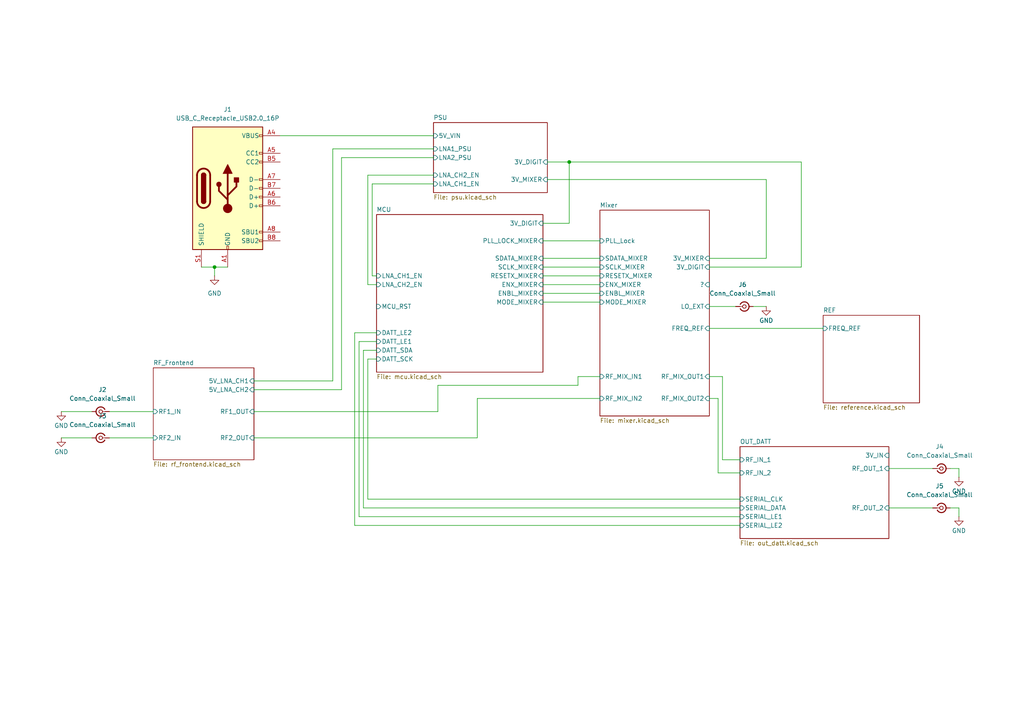
<source format=kicad_sch>
(kicad_sch (version 20250114) (generator "eeschema") (generator_version "9.0")
  (paper "A4")
  (lib_symbols
    (symbol "Connector:Conn_Coaxial_Small" (pin_numbers (hide yes)) (pin_names (offset 1.016) (hide yes))
      (property "Reference" "J" (at 0.254 3.048 0))
      (property "Value" "Conn_Coaxial_Small" (at 0 -3.81 0))
      (symbol "Conn_Coaxial_Small_0_1"
        (polyline (pts (xy -2.54 0) (xy -0.508 0)))
        (circle (center 0 0) (radius 0.508) (stroke (width 0.2032)))
      )
      (symbol "Conn_Coaxial_Small_1_1"
        (arc (start 1.3484 0.0039) (mid 0.327 -1.308) (end -1.1916 -0.6311) (stroke (width 0.3048)))
        (arc (start -1.1916 0.6311) (mid 0.327 1.3081) (end 1.3484 -0.0039) (stroke (width 0.3048)))
        (pin passive line (at -2.54 0 0) (length 1.27) (name "In") (number "1"))
        (pin passive line (at 2.54 0 180) (length 1.27) (name "Ext") (number "2"))
      )
    )
    (symbol "Connector:USB_C_Receptacle_USB2.0_16P" (pin_names (offset 1.016))
      (property "Reference" "J" (at 0 22.225 0))
      (property "Value" "USB_C_Receptacle_USB2.0_16P" (at 0 19.685 0))
      (symbol "USB_C_Receptacle_USB2.0_16P_0_0"
        (rectangle (start -0.254 -17.78) (end 0.254 -16.764))
        (rectangle (start 10.16 15.494) (end 9.144 14.986))
        (rectangle (start 10.16 10.414) (end 9.144 9.906))
        (rectangle (start 10.16 7.874) (end 9.144 7.366))
        (rectangle (start 10.16 2.794) (end 9.144 2.286))
        (rectangle (start 10.16 0.254) (end 9.144 -0.254))
        (rectangle (start 10.16 -2.286) (end 9.144 -2.794))
        (rectangle (start 10.16 -4.826) (end 9.144 -5.334))
        (rectangle (start 10.16 -12.446) (end 9.144 -12.954))
        (rectangle (start 10.16 -14.986) (end 9.144 -15.494))
      )
      (symbol "USB_C_Receptacle_USB2.0_16P_0_1"
        (rectangle (start -10.16 17.78) (end 10.16 -17.78) (stroke (width 0.254)) (fill (type background)))
        (polyline (pts (xy -8.89 -3.81) (xy -8.89 3.81)) (stroke (width 0.508)))
        (rectangle (start -7.62 -3.81) (end -6.35 3.81) (stroke (width 0.254)) (fill (type outline)))
        (arc (start -7.62 3.81) (mid -6.985 4.4423) (end -6.35 3.81) (stroke (width 0.254)))
        (arc (start -7.62 3.81) (mid -6.985 4.4423) (end -6.35 3.81) (stroke (width 0.254)) (fill (type outline)))
        (arc (start -8.89 3.81) (mid -6.985 5.7067) (end -5.08 3.81) (stroke (width 0.508)))
        (arc (start -5.08 -3.81) (mid -6.985 -5.7067) (end -8.89 -3.81) (stroke (width 0.508)))
        (arc (start -6.35 -3.81) (mid -6.985 -4.4423) (end -7.62 -3.81) (stroke (width 0.254)))
        (arc (start -6.35 -3.81) (mid -6.985 -4.4423) (end -7.62 -3.81) (stroke (width 0.254)) (fill (type outline)))
        (polyline (pts (xy -5.08 3.81) (xy -5.08 -3.81)) (stroke (width 0.508)))
        (circle (center -2.54 1.143) (radius 0.635) (stroke (width 0.254)) (fill (type outline)))
        (polyline (pts (xy -1.27 4.318) (xy 0 6.858) (xy 1.27 4.318) (xy -1.27 4.318)) (stroke (width 0.254)) (fill (type outline)))
        (polyline (pts (xy 0 -2.032) (xy 2.54 0.508) (xy 2.54 1.778)) (stroke (width 0.508)))
        (polyline (pts (xy 0 -3.302) (xy -2.54 -0.762) (xy -2.54 0.508)) (stroke (width 0.508)))
        (polyline (pts (xy 0 -5.842) (xy 0 4.318)) (stroke (width 0.508)))
        (circle (center 0 -5.842) (radius 1.27) (fill (type outline)))
        (rectangle (start 1.905 1.778) (end 3.175 3.048) (stroke (width 0.254)) (fill (type outline)))
      )
      (symbol "USB_C_Receptacle_USB2.0_16P_1_1"
        (pin passive line (at -7.62 -22.86 90) (length 5.08) (name "SHIELD") (number "S1"))
        (pin passive line (at 0 -22.86 90) (length 5.08) (name "GND") (number "A1"))
        (pin passive line (at 0 -22.86 90) (length 5.08) (hide yes) (name "GND") (number "A12"))
        (pin passive line (at 0 -22.86 90) (length 5.08) (hide yes) (name "GND") (number "B1"))
        (pin passive line (at 0 -22.86 90) (length 5.08) (hide yes) (name "GND") (number "B12"))
        (pin passive line (at 15.24 15.24 180) (length 5.08) (name "VBUS") (number "A4"))
        (pin passive line (at 15.24 15.24 180) (length 5.08) (hide yes) (name "VBUS") (number "A9"))
        (pin passive line (at 15.24 15.24 180) (length 5.08) (hide yes) (name "VBUS") (number "B4"))
        (pin passive line (at 15.24 15.24 180) (length 5.08) (hide yes) (name "VBUS") (number "B9"))
        (pin bidirectional line (at 15.24 10.16 180) (length 5.08) (name "CC1") (number "A5"))
        (pin bidirectional line (at 15.24 7.62 180) (length 5.08) (name "CC2") (number "B5"))
        (pin bidirectional line (at 15.24 2.54 180) (length 5.08) (name "D-") (number "A7"))
        (pin bidirectional line (at 15.24 0 180) (length 5.08) (name "D-") (number "B7"))
        (pin bidirectional line (at 15.24 -2.54 180) (length 5.08) (name "D+") (number "A6"))
        (pin bidirectional line (at 15.24 -5.08 180) (length 5.08) (name "D+") (number "B6"))
        (pin bidirectional line (at 15.24 -12.7 180) (length 5.08) (name "SBU1") (number "A8"))
        (pin bidirectional line (at 15.24 -15.24 180) (length 5.08) (name "SBU2") (number "B8"))
      )
    )
    (symbol "power:GND" (power) (pin_numbers (hide yes)) (pin_names (offset 0) (hide yes))
      (property "Value" "GND" (at 0 -3.81 0))
      (symbol "GND_0_1"
        (polyline (pts (xy 0 0) (xy 0 -1.27) (xy 1.27 -1.27) (xy 0 -2.54) (xy -1.27 -1.27) (xy 0 -1.27)))
      )
      (symbol "GND_1_1"
        (pin power_in line (at 0 0 270) (length 0) (name "~") (number "1"))
      )
    )
  )
  (junction (at 165.1 46.99))
  (junction (at 62.23 77.47))
  (wire (pts (xy 99.06 113.03) (xy 99.06 45.72)))
  (wire (pts (xy 205.74 115.57) (xy 208.28 115.57)))
  (wire (pts (xy 205.74 74.93) (xy 222.25 74.93)))
  (wire (pts (xy 62.23 77.47) (xy 66.04 77.47)))
  (wire (pts (xy 109.22 80.01) (xy 107.95 80.01)))
  (wire (pts (xy 218.44 88.9) (xy 222.25 88.9)))
  (wire (pts (xy 105.41 101.6) (xy 105.41 147.32)))
  (wire (pts (xy 165.1 64.77) (xy 165.1 46.99)))
  (wire (pts (xy 109.22 101.6) (xy 105.41 101.6)))
  (wire (pts (xy 205.74 88.9) (xy 213.36 88.9)))
  (wire (pts (xy 205.74 95.25) (xy 238.76 95.25)))
  (wire (pts (xy 157.48 77.47) (xy 173.99 77.47)))
  (wire (pts (xy 257.81 135.89) (xy 270.51 135.89)))
  (wire (pts (xy 205.74 109.22) (xy 209.55 109.22)))
  (wire (pts (xy 109.22 104.14) (xy 106.68 104.14)))
  (wire (pts (xy 158.75 46.99) (xy 165.1 46.99)))
  (wire (pts (xy 104.14 149.86) (xy 214.63 149.86)))
  (wire (pts (xy 167.64 111.76) (xy 167.64 109.22)))
  (wire (pts (xy 127 111.76) (xy 167.64 111.76)))
  (wire (pts (xy 157.48 82.55) (xy 173.99 82.55)))
  (wire (pts (xy 96.52 43.18) (xy 125.73 43.18)))
  (wire (pts (xy 232.41 46.99) (xy 232.41 77.47)))
  (wire (pts (xy 278.13 135.89) (xy 278.13 138.43)))
  (wire (pts (xy 157.48 74.93) (xy 173.99 74.93)))
  (wire (pts (xy 275.59 135.89) (xy 278.13 135.89)))
  (wire (pts (xy 81.28 39.37) (xy 125.73 39.37)))
  (wire (pts (xy 209.55 133.35) (xy 214.63 133.35)))
  (wire (pts (xy 209.55 109.22) (xy 209.55 133.35)))
  (wire (pts (xy 208.28 137.16) (xy 214.63 137.16)))
  (wire (pts (xy 107.95 80.01) (xy 107.95 53.34)))
  (wire (pts (xy 232.41 77.47) (xy 205.74 77.47)))
  (wire (pts (xy 165.1 46.99) (xy 232.41 46.99)))
  (wire (pts (xy 278.13 147.32) (xy 278.13 149.86)))
  (wire (pts (xy 102.87 96.52) (xy 109.22 96.52)))
  (wire (pts (xy 106.68 50.8) (xy 125.73 50.8)))
  (wire (pts (xy 257.81 147.32) (xy 270.51 147.32)))
  (wire (pts (xy 62.23 77.47) (xy 62.23 80.01)))
  (wire (pts (xy 275.59 147.32) (xy 278.13 147.32)))
  (wire (pts (xy 96.52 110.49) (xy 96.52 43.18)))
  (wire (pts (xy 73.66 119.38) (xy 127 119.38)))
  (wire (pts (xy 109.22 99.06) (xy 104.14 99.06)))
  (wire (pts (xy 104.14 99.06) (xy 104.14 149.86)))
  (wire (pts (xy 106.68 144.78) (xy 214.63 144.78)))
  (wire (pts (xy 105.41 147.32) (xy 214.63 147.32)))
  (wire (pts (xy 157.48 85.09) (xy 173.99 85.09)))
  (wire (pts (xy 127 119.38) (xy 127 111.76)))
  (wire (pts (xy 106.68 104.14) (xy 106.68 144.78)))
  (wire (pts (xy 73.66 127) (xy 138.43 127)))
  (wire (pts (xy 138.43 127) (xy 138.43 115.57)))
  (wire (pts (xy 17.78 119.38) (xy 26.67 119.38)))
  (wire (pts (xy 102.87 152.4) (xy 102.87 96.52)))
  (wire (pts (xy 138.43 115.57) (xy 173.99 115.57)))
  (wire (pts (xy 208.28 115.57) (xy 208.28 137.16)))
  (wire (pts (xy 157.48 69.85) (xy 173.99 69.85)))
  (wire (pts (xy 167.64 109.22) (xy 173.99 109.22)))
  (wire (pts (xy 157.48 80.01) (xy 173.99 80.01)))
  (wire (pts (xy 31.75 127) (xy 44.45 127)))
  (wire (pts (xy 158.75 52.07) (xy 222.25 52.07)))
  (wire (pts (xy 58.42 77.47) (xy 62.23 77.47)))
  (wire (pts (xy 157.48 64.77) (xy 165.1 64.77)))
  (wire (pts (xy 107.95 53.34) (xy 125.73 53.34)))
  (wire (pts (xy 73.66 110.49) (xy 96.52 110.49)))
  (wire (pts (xy 106.68 82.55) (xy 106.68 50.8)))
  (wire (pts (xy 109.22 82.55) (xy 106.68 82.55)))
  (wire (pts (xy 99.06 45.72) (xy 125.73 45.72)))
  (wire (pts (xy 17.78 127) (xy 26.67 127)))
  (wire (pts (xy 222.25 52.07) (xy 222.25 74.93)))
  (wire (pts (xy 31.75 119.38) (xy 44.45 119.38)))
  (wire (pts (xy 214.63 152.4) (xy 102.87 152.4)))
  (wire (pts (xy 157.48 87.63) (xy 173.99 87.63)))
  (wire (pts (xy 73.66 113.03) (xy 99.06 113.03)))
  (symbol (lib_id "power:GND") (at 278.13 138.43 0) (unit 1)
    (property "Reference" "#PWR025" (effects (hide yes)))
    (property "Value" "GND" (at 278.13 142.494 0))
    (property "Description" "Power symbol creates a global label with name \"GND\" , ground" (effects (hide yes)))
  )
  (symbol (lib_id "power:GND") (at 17.78 119.38 0) (unit 1)
    (property "Reference" "#PWR026" (effects (hide yes)))
    (property "Value" "GND" (at 17.78 123.444 0))
    (property "Description" "Power symbol creates a global label with name \"GND\" , ground" (effects (hide yes)))
  )
  (symbol (lib_id "Connector:Conn_Coaxial_Small") (at 273.05 135.89 0) (unit 1)
    (property "Reference" "J4" (at 272.5304 129.54 0))
    (property "Value" "Conn_Coaxial_Small" (at 272.5304 132.08 0))
    (property "Footprint" "Connector_Coaxial:SMA_Amphenol_132289_EdgeMount" (effects (hide yes)))
    (property "Description" "small coaxial connector (BNC, SMA, SMB, SMC, Cinch/RCA, LEMO, ...)" (effects (hide yes)))
  )
  (symbol (lib_id "Connector:USB_C_Receptacle_USB2.0_16P") (at 66.04 54.61 0) (unit 1)
    (property "Reference" "J1" (at 66.04 31.75 0))
    (property "Value" "USB_C_Receptacle_USB2.0_16P" (at 66.04 34.29 0))
    (property "Footprint" "Connector_USB:USB_C_Receptacle_G-Switch_GT-USB-7010ASV" (effects (hide yes)))
    (property "Datasheet" "https://www.usb.org/sites/default/files/documents/usb_type-c.zip" (effects (hide yes)))
    (property "Description" "USB 2.0-only 16P Type-C Receptacle connector" (effects (hide yes)))
  )
  (symbol (lib_id "power:GND") (at 222.25 88.9 0) (unit 1)
    (property "Reference" "#PWR074" (effects (hide yes)))
    (property "Value" "GND" (at 222.25 92.964 0))
    (property "Description" "Power symbol creates a global label with name \"GND\" , ground" (effects (hide yes)))
  )
  (symbol (lib_id "Connector:Conn_Coaxial_Small") (at 215.9 88.9 0) (unit 1)
    (property "Reference" "J6" (at 215.3804 82.55 0))
    (property "Value" "Conn_Coaxial_Small" (at 215.3804 85.09 0))
    (property "Footprint" "Connector_Coaxial:SMA_Amphenol_132289_EdgeMount" (effects (hide yes)))
    (property "Description" "small coaxial connector (BNC, SMA, SMB, SMC, Cinch/RCA, LEMO, ...)" (effects (hide yes)))
  )
  (symbol (lib_id "Connector:Conn_Coaxial_Small") (at 29.21 119.38 180) (unit 1)
    (property "Reference" "J2" (at 29.7295 113.03 0))
    (property "Value" "Conn_Coaxial_Small" (at 29.7295 115.57 0))
    (property "Footprint" "Connector_Coaxial:SMA_Amphenol_132289_EdgeMount" (effects (hide yes)))
    (property "Description" "small coaxial connector (BNC, SMA, SMB, SMC, Cinch/RCA, LEMO, ...)" (effects (hide yes)))
  )
  (symbol (lib_id "Connector:Conn_Coaxial_Small") (at 273.05 147.32 0) (unit 1)
    (property "Reference" "J5" (at 272.5304 140.97 0))
    (property "Value" "Conn_Coaxial_Small" (at 272.5304 143.51 0))
    (property "Footprint" "Connector_Coaxial:SMA_Amphenol_132289_EdgeMount" (effects (hide yes)))
    (property "Description" "small coaxial connector (BNC, SMA, SMB, SMC, Cinch/RCA, LEMO, ...)" (effects (hide yes)))
  )
  (symbol (lib_id "Connector:Conn_Coaxial_Small") (at 29.21 127 180) (unit 1)
    (property "Reference" "J3" (at 29.7295 120.65 0))
    (property "Value" "Conn_Coaxial_Small" (at 29.7295 123.19 0))
    (property "Footprint" "Connector_Coaxial:SMA_Amphenol_132289_EdgeMount" (effects (hide yes)))
    (property "Description" "small coaxial connector (BNC, SMA, SMB, SMC, Cinch/RCA, LEMO, ...)" (effects (hide yes)))
  )
  (symbol (lib_id "power:GND") (at 278.13 149.86 0) (unit 1)
    (property "Reference" "#PWR024" (effects (hide yes)))
    (property "Value" "GND" (at 278.13 153.924 0))
    (property "Description" "Power symbol creates a global label with name \"GND\" , ground" (effects (hide yes)))
  )
  (symbol (lib_id "power:GND") (at 17.78 127 0) (unit 1)
    (property "Reference" "#PWR073" (effects (hide yes)))
    (property "Value" "GND" (at 17.78 131.064 0))
    (property "Description" "Power symbol creates a global label with name \"GND\" , ground" (effects (hide yes)))
  )
  (symbol (lib_id "power:GND") (at 62.23 80.01 0) (unit 1)
    (property "Reference" "#PWR030" (effects (hide yes)))
    (property "Value" "GND" (at 62.23 85.09 0))
    (property "Description" "Power symbol creates a global label with name \"GND\" , ground" (effects (hide yes)))
  )
  (sheet (at 173.99 60.96) (size 31.75 59.69) (stroke (width 0.1524))
    (property "Sheetname" "Mixer" (at 173.99 60.2484 0) (effects (justify left bottom)))
    (property "Sheetfile" "mixer.kicad_sch" (at 173.99 121.2346 0) (effects (justify left top)))
    (pin "3V_DIGIT" input (at 205.74 77.47 0))
    (pin "3V_MIXER" input (at 205.74 74.93 0))
    (pin "?" input (at 205.74 82.55 0))
    (pin "ENBL_MIXER" input (at 173.99 85.09 180))
    (pin "ENX_MIXER" input (at 173.99 82.55 180))
    (pin "FREQ_REF" input (at 205.74 95.25 0))
    (pin "LO_EXT" input (at 205.74 88.9 0))
    (pin "MODE_MIXER" input (at 173.99 87.63 180))
    (pin "PLL_Lock" input (at 173.99 69.85 180))
    (pin "RESETX_MIXER" input (at 173.99 80.01 180))
    (pin "RF_MIX_IN1" input (at 173.99 109.22 180))
    (pin "RF_MIX_IN2" input (at 173.99 115.57 180))
    (pin "RF_MIX_OUT1" input (at 205.74 109.22 0))
    (pin "RF_MIX_OUT2" input (at 205.74 115.57 0))
    (pin "SCLK_MIXER" input (at 173.99 77.47 180))
    (pin "SDATA_MIXER" input (at 173.99 74.93 180))
  )
  (sheet (at 238.76 91.44) (size 27.94 25.4) (stroke (width 0.1524))
    (property "Sheetname" "REF" (at 238.76 90.7284 0) (effects (justify left bottom)))
    (property "Sheetfile" "reference.kicad_sch" (at 238.76 117.4246 0) (effects (justify left top)))
    (pin "FREQ_REF" input (at 238.76 95.25 180))
  )
  (sheet (at 214.63 129.54) (size 43.18 26.67) (stroke (width 0.1524))
    (property "Sheetname" "OUT_DATT" (at 214.63 128.8284 0) (effects (justify left bottom)))
    (property "Sheetfile" "out_datt.kicad_sch" (at 214.63 156.7946 0) (effects (justify left top)))
    (pin "3V_IN" input (at 257.81 132.08 0))
    (pin "RF_IN_1" input (at 214.63 133.35 180))
    (pin "RF_IN_2" input (at 214.63 137.16 180))
    (pin "RF_OUT_1" input (at 257.81 135.89 0))
    (pin "RF_OUT_2" input (at 257.81 147.32 0))
    (pin "SERIAL_CLK" input (at 214.63 144.78 180))
    (pin "SERIAL_DATA" input (at 214.63 147.32 180))
    (pin "SERIAL_LE1" input (at 214.63 149.86 180))
    (pin "SERIAL_LE2" input (at 214.63 152.4 180))
  )
  (sheet (at 44.45 106.68) (size 29.21 26.67) (stroke (width 0.1524))
    (property "Sheetname" "RF_Frontend" (at 44.45 105.9684 0) (effects (justify left bottom)))
    (property "Sheetfile" "rf_frontend.kicad_sch" (at 44.45 133.9346 0) (effects (justify left top)))
    (pin "5V_LNA_CH1" input (at 73.66 110.49 0))
    (pin "5V_LNA_CH2" input (at 73.66 113.03 0))
    (pin "RF1_IN" input (at 44.45 119.38 180))
    (pin "RF1_OUT" input (at 73.66 119.38 0))
    (pin "RF2_IN" input (at 44.45 127 180))
    (pin "RF2_OUT" input (at 73.66 127 0))
  )
  (sheet (at 125.73 35.56) (size 33.02 20.32) (stroke (width 0.1524))
    (property "Sheetname" "PSU" (at 125.73 34.8484 0) (effects (justify left bottom)))
    (property "Sheetfile" "psu.kicad_sch" (at 125.73 56.4646 0) (effects (justify left top)))
    (pin "3V_DIGIT" input (at 158.75 46.99 0))
    (pin "3V_MIXER" input (at 158.75 52.07 0))
    (pin "5V_VIN" input (at 125.73 39.37 180))
    (pin "LNA1_PSU" input (at 125.73 43.18 180))
    (pin "LNA2_PSU" input (at 125.73 45.72 180))
    (pin "LNA_CH1_EN" input (at 125.73 53.34 180))
    (pin "LNA_CH2_EN" input (at 125.73 50.8 180))
  )
  (sheet (at 109.22 62.23) (size 48.26 45.72) (stroke (width 0.1524))
    (property "Sheetname" "MCU" (at 109.22 61.5184 0) (effects (justify left bottom)))
    (property "Sheetfile" "mcu.kicad_sch" (at 109.22 108.5346 0) (effects (justify left top)))
    (pin "3V_DIGIT" input (at 157.48 64.77 0))
    (pin "DATT_LE1" input (at 109.22 99.06 180))
    (pin "DATT_LE2" input (at 109.22 96.52 180))
    (pin "DATT_SCK" input (at 109.22 104.14 180))
    (pin "DATT_SDA" input (at 109.22 101.6 180))
    (pin "ENBL_MIXER" input (at 157.48 85.09 0))
    (pin "ENX_MIXER" input (at 157.48 82.55 0))
    (pin "LNA_CH1_EN" input (at 109.22 80.01 180))
    (pin "LNA_CH2_EN" input (at 109.22 82.55 180))
    (pin "MCU_RST" input (at 109.22 88.9 180))
    (pin "MODE_MIXER" input (at 157.48 87.63 0))
    (pin "PLL_LOCK_MIXER" input (at 157.48 69.85 0))
    (pin "RESETX_MIXER" input (at 157.48 80.01 0))
    (pin "SCLK_MIXER" input (at 157.48 77.47 0))
    (pin "SDATA_MIXER" input (at 157.48 74.93 0))
  )
)
</source>
